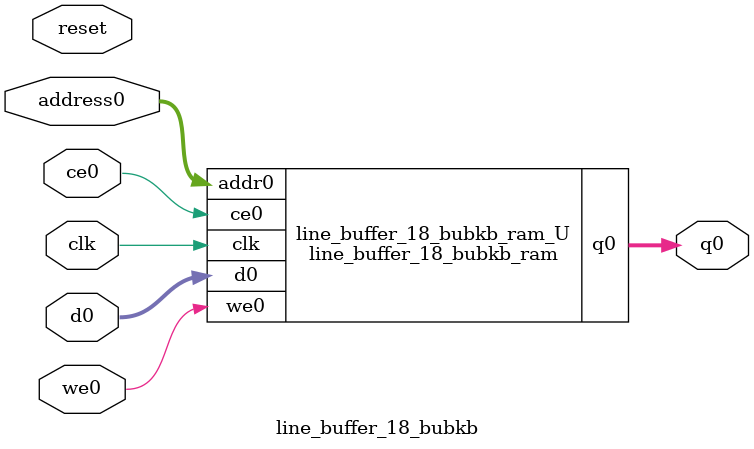
<source format=v>

`timescale 1 ns / 1 ps
module line_buffer_18_bubkb_ram (addr0, ce0, d0, we0, q0,  clk);

parameter DWIDTH = 16;
parameter AWIDTH = 12;
parameter MEM_SIZE = 2688;

input[AWIDTH-1:0] addr0;
input ce0;
input[DWIDTH-1:0] d0;
input we0;
output reg[DWIDTH-1:0] q0;
input clk;

(* ram_style = "block" *)reg [DWIDTH-1:0] ram[0:MEM_SIZE-1];




always @(posedge clk)  
begin 
    if (ce0) 
    begin
        if (we0) 
        begin 
            ram[addr0] <= d0; 
            q0 <= d0;
        end 
        else 
            q0 <= ram[addr0];
    end
end


endmodule


`timescale 1 ns / 1 ps
module line_buffer_18_bubkb(
    reset,
    clk,
    address0,
    ce0,
    we0,
    d0,
    q0);

parameter DataWidth = 32'd16;
parameter AddressRange = 32'd2688;
parameter AddressWidth = 32'd12;
input reset;
input clk;
input[AddressWidth - 1:0] address0;
input ce0;
input we0;
input[DataWidth - 1:0] d0;
output[DataWidth - 1:0] q0;



line_buffer_18_bubkb_ram line_buffer_18_bubkb_ram_U(
    .clk( clk ),
    .addr0( address0 ),
    .ce0( ce0 ),
    .d0( d0 ),
    .we0( we0 ),
    .q0( q0 ));

endmodule


</source>
